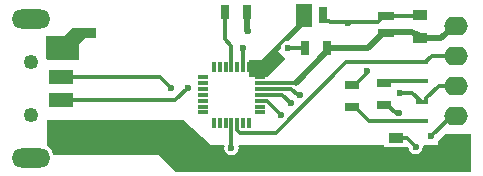
<source format=gtl>
G04*
G04 #@! TF.GenerationSoftware,Altium Limited,Altium Designer,20.0.10 (225)*
G04*
G04 Layer_Physical_Order=1*
G04 Layer_Color=255*
%FSLAX44Y44*%
%MOMM*%
G71*
G01*
G75*
%ADD13R,2.0000X1.2000*%
%ADD14R,1.3000X0.7000*%
%ADD15R,0.7000X1.3000*%
%ADD16R,1.3000X0.9000*%
%ADD17R,1.3500X0.7500*%
%ADD18R,0.7500X1.3500*%
%ADD19R,0.9500X0.3000*%
%ADD20R,0.3000X0.9500*%
%ADD21R,1.0500X0.4500*%
%ADD36C,0.5000*%
%ADD37C,0.3000*%
%ADD38O,3.2500X1.6250*%
%ADD39C,1.2500*%
%ADD40O,2.0000X1.6000*%
%ADD41R,2.0000X1.6000*%
%ADD42C,0.6000*%
G36*
X258000Y125000D02*
X250000D01*
X238098Y113098D01*
X238000Y113118D01*
X235659Y112652D01*
X233674Y111326D01*
X232348Y109341D01*
X231882Y107000D01*
X231902Y106902D01*
X229000Y104000D01*
X235500Y97500D01*
X221000Y83000D01*
Y82250D01*
X205000D01*
Y97000D01*
X216000D01*
X245000Y126000D01*
Y144000D01*
X258000D01*
Y125000D01*
D02*
G37*
G36*
X75000Y115000D02*
X66000D01*
X61000Y110000D01*
Y97000D01*
X34000D01*
X33000Y98000D01*
Y117000D01*
X48000D01*
X55000Y124000D01*
X75000D01*
Y115000D01*
D02*
G37*
G36*
X172667Y25000D02*
X183377D01*
X184227Y23730D01*
X183883Y22000D01*
X184348Y19659D01*
X185674Y17674D01*
X187659Y16348D01*
X190000Y15883D01*
X192341Y16348D01*
X194326Y17674D01*
X195652Y19659D01*
X196117Y22000D01*
X195773Y23730D01*
X196623Y25000D01*
X319500D01*
Y23000D01*
X338500D01*
Y23000D01*
X338904Y23167D01*
X339998Y22420D01*
X340348Y20659D01*
X341674Y18674D01*
X343659Y17348D01*
X346000Y16882D01*
X348341Y17348D01*
X350326Y18674D01*
X351652Y20659D01*
X352118Y23000D01*
X351915Y24018D01*
X352721Y25000D01*
X365000D01*
X365000Y28000D01*
X371000Y34000D01*
X393000Y34000D01*
Y2000D01*
X143000D01*
X129000Y16000D01*
X39083D01*
X38964Y16904D01*
X37843Y19611D01*
X36059Y21934D01*
X34000Y23515D01*
Y46000D01*
X148555D01*
X172667Y25000D01*
D02*
G37*
D13*
X46000Y82500D02*
D03*
Y37500D02*
D03*
Y62500D02*
D03*
Y107500D02*
D03*
D14*
X319000Y77500D02*
D03*
Y58500D02*
D03*
X292000Y56500D02*
D03*
Y75500D02*
D03*
D15*
X271000Y107000D02*
D03*
X252000D02*
D03*
X203500Y137000D02*
D03*
X184500D02*
D03*
D16*
X350000Y115500D02*
D03*
Y134500D02*
D03*
X329000Y30500D02*
D03*
Y11500D02*
D03*
D17*
X321000Y134250D02*
D03*
Y119750D02*
D03*
D18*
X267250Y135000D02*
D03*
X252750D02*
D03*
D19*
X213750Y52250D02*
D03*
Y57250D02*
D03*
Y62250D02*
D03*
Y67250D02*
D03*
Y72250D02*
D03*
Y77250D02*
D03*
Y82250D02*
D03*
X166250D02*
D03*
Y77250D02*
D03*
Y72250D02*
D03*
Y67250D02*
D03*
Y62250D02*
D03*
Y57250D02*
D03*
Y52250D02*
D03*
D20*
X205000Y91000D02*
D03*
X200000D02*
D03*
X195000D02*
D03*
X190000D02*
D03*
X185000D02*
D03*
X180000D02*
D03*
X175000D02*
D03*
Y43500D02*
D03*
X180000D02*
D03*
X185000D02*
D03*
X190000D02*
D03*
X195000D02*
D03*
X200000D02*
D03*
X205000D02*
D03*
D21*
X351000Y94750D02*
D03*
Y79250D02*
D03*
Y60750D02*
D03*
Y45250D02*
D03*
D36*
X244250Y77250D02*
X271000Y104000D01*
Y107000D01*
X350000Y115500D02*
X367700D01*
X378000Y125800D02*
X380000D01*
X367700Y115500D02*
X378000Y125800D01*
X322000Y120750D02*
X342750D01*
X321000Y119750D02*
X322000Y120750D01*
X342750D02*
X345000Y118500D01*
X347000D01*
X350000Y115500D01*
X271000Y107000D02*
X305250D01*
X318000Y119750D01*
X321000D01*
X203500Y121500D02*
Y137000D01*
D37*
X213750Y77250D02*
X244250D01*
X219950Y62250D02*
X232000Y50200D01*
Y50000D02*
Y50200D01*
X213750Y72250D02*
X240750D01*
X246000Y67000D01*
X248000D01*
X232750Y67250D02*
X240000Y60000D01*
X213750Y67250D02*
X232750D01*
X227442Y35250D02*
X286942Y94750D01*
X197050Y35250D02*
X227442D01*
X286942Y94750D02*
X354000D01*
X318000Y134250D02*
X321000D01*
X267250Y132000D02*
Y135000D01*
X315750Y132000D02*
X318000Y134250D01*
X267250Y132000D02*
X269500Y129750D01*
X273676Y128574D02*
X313993D01*
X315750Y130331D02*
Y132000D01*
X269500Y129750D02*
X272500D01*
X313993Y128574D02*
X315750Y130331D01*
X272500Y129750D02*
X273676Y128574D01*
X46000Y107500D02*
X46500Y107000D01*
X59500Y120000D02*
X70000D01*
X46500Y107000D02*
X59500Y120000D01*
X190000Y91000D02*
Y108750D01*
X184500Y114250D02*
X190000Y108750D01*
X184500Y114250D02*
Y137000D01*
X195000Y43500D02*
X195000D01*
Y37300D02*
X197050Y35250D01*
X195000Y37300D02*
Y43500D01*
X333000Y69000D02*
X342750D01*
X351000Y60750D01*
X129500Y82500D02*
X139000Y73000D01*
X46000Y82500D02*
X129500D01*
X142500Y62500D02*
X153000Y73000D01*
X46000Y62500D02*
X142500D01*
X295000Y56500D02*
X306500Y45000D01*
X350750D02*
X351000Y45250D01*
X306500Y45000D02*
X350750D01*
X292000Y56500D02*
X295000D01*
X319000Y77500D02*
X320750Y79250D01*
X351000D01*
X359650Y100400D02*
X380000D01*
X354000Y94750D02*
X359650Y100400D01*
X190000Y22000D02*
Y43500D01*
X365500Y75000D02*
X380000D01*
X354750Y64250D02*
X365500Y75000D01*
X354750Y61500D02*
Y64250D01*
X354000Y60750D02*
X354750Y61500D01*
X351000Y60750D02*
X354000D01*
X200000Y91000D02*
Y107000D01*
X200000Y107000D01*
X238000D02*
X252000D01*
X218542Y62250D02*
X219950D01*
X321000Y134250D02*
X349750D01*
X350000Y134500D01*
X329000Y30500D02*
X338500D01*
X305000Y85500D02*
Y87000D01*
X292000Y75500D02*
X295000D01*
X305000Y85500D01*
X331493Y51493D02*
X331500Y51500D01*
X329007Y51493D02*
X331493D01*
X322000Y58500D02*
X329007Y51493D01*
X319000Y58500D02*
X322000D01*
X338500Y30500D02*
X346000Y23000D01*
X203500Y121500D02*
X204000Y121000D01*
X359000Y32000D02*
X376600Y49600D01*
X380000D01*
D38*
X20000Y14000D02*
D03*
Y131000D02*
D03*
D39*
Y50000D02*
D03*
Y95000D02*
D03*
D40*
X380000Y125800D02*
D03*
Y100400D02*
D03*
Y75000D02*
D03*
Y49600D02*
D03*
D41*
Y24200D02*
D03*
D42*
X232000Y50000D02*
D03*
X248000Y67000D02*
D03*
X240000Y60000D02*
D03*
X289000Y128000D02*
D03*
X70000Y120000D02*
D03*
X333000Y69000D02*
D03*
X139000Y73000D02*
D03*
X153000D02*
D03*
X190000Y22000D02*
D03*
X200000Y107000D02*
D03*
X238000D02*
D03*
X305000Y87000D02*
D03*
X331500Y51500D02*
D03*
X346000Y23000D02*
D03*
X204000Y121000D02*
D03*
X359000Y32000D02*
D03*
X143000Y13000D02*
D03*
X227000Y95000D02*
D03*
M02*

</source>
